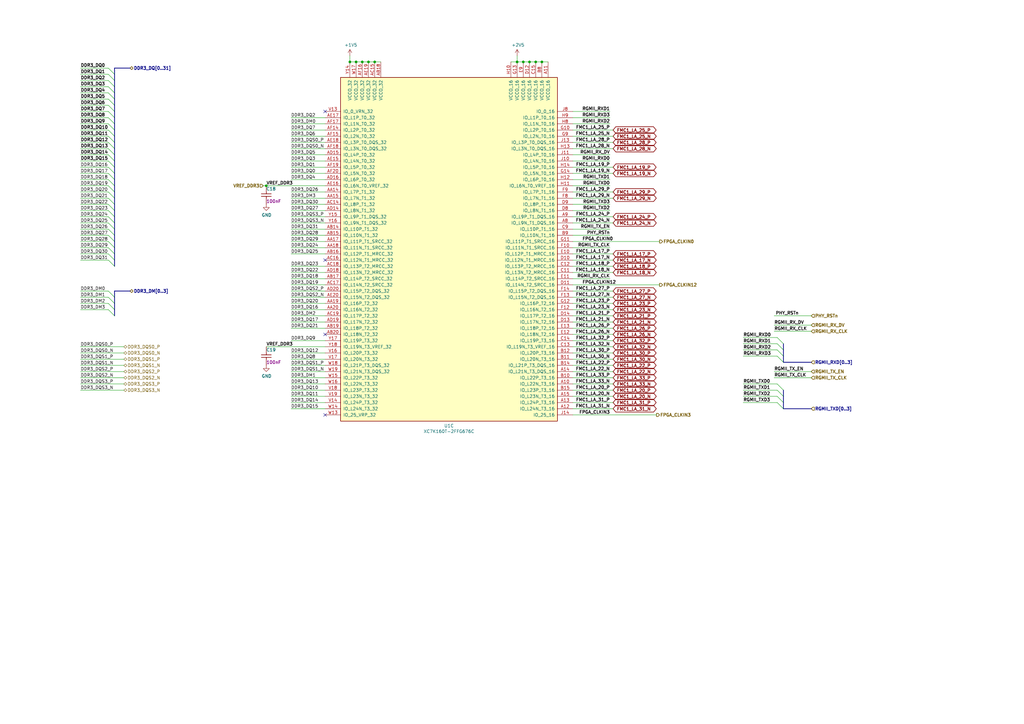
<source format=kicad_sch>
(kicad_sch (version 20211123) (generator eeschema)
  (paper "A3")
  (title_block (title "Marble") (date "2022-08-24") (rev "v1.3") (company "Michał Gąska / WUT") (comment 3 "BANK 15 & 16"))
  (junction (at 109.22 76.2))
  (junction (at 212.09 25.4))
  (junction (at 214.63 25.4))
  (junction (at 148.59 25.4))
  (junction (at 217.17 25.4))
  (junction (at 143.51 25.4))
  (junction (at 219.71 25.4))
  (junction (at 146.05 25.4))
  (junction (at 222.25 25.4))
  (junction (at 151.13 25.4))
  (junction (at 153.67 25.4))
  (no_connect (at 133.35 137.16))
  (no_connect (at 133.35 45.72))
  (no_connect (at 133.35 170.18))
  (no_connect (at 133.35 106.68))
  (bus_entry (at 46.99 121.92) (size -2.54 -2.54))
  (bus_entry (at 46.99 35.56) (size -2.54 -2.54))
  (bus_entry (at 46.99 104.14) (size -2.54 -2.54))
  (bus_entry (at 46.99 50.8) (size -2.54 -2.54))
  (bus_entry (at 318.77 160.02) (size 2.54 2.54))
  (bus_entry (at 46.99 60.96) (size -2.54 -2.54))
  (bus_entry (at 318.77 143.51) (size 2.54 2.54))
  (bus_entry (at 46.99 99.06) (size -2.54 -2.54))
  (bus_entry (at 46.99 101.6) (size -2.54 -2.54))
  (bus_entry (at 46.99 66.04) (size -2.54 -2.54))
  (bus_entry (at 318.77 162.56) (size 2.54 2.54))
  (bus_entry (at 318.77 140.97) (size 2.54 2.54))
  (bus_entry (at 318.77 157.48) (size 2.54 2.54))
  (bus_entry (at 46.99 53.34) (size -2.54 -2.54))
  (bus_entry (at 46.99 73.66) (size -2.54 -2.54))
  (bus_entry (at 46.99 78.74) (size -2.54 -2.54))
  (bus_entry (at 46.99 76.2) (size -2.54 -2.54))
  (bus_entry (at 46.99 63.5) (size -2.54 -2.54))
  (bus_entry (at 46.99 106.68) (size -2.54 -2.54))
  (bus_entry (at 46.99 93.98) (size -2.54 -2.54))
  (bus_entry (at 46.99 91.44) (size -2.54 -2.54))
  (bus_entry (at 46.99 88.9) (size -2.54 -2.54))
  (bus_entry (at 46.99 96.52) (size -2.54 -2.54))
  (bus_entry (at 46.99 129.54) (size -2.54 -2.54))
  (bus_entry (at 318.77 138.43) (size 2.54 2.54))
  (bus_entry (at 46.99 124.46) (size -2.54 -2.54))
  (bus_entry (at 318.77 146.05) (size 2.54 2.54))
  (bus_entry (at 46.99 55.88) (size -2.54 -2.54))
  (bus_entry (at 46.99 127) (size -2.54 -2.54))
  (bus_entry (at 318.77 165.1) (size 2.54 2.54))
  (bus_entry (at 46.99 86.36) (size -2.54 -2.54))
  (bus_entry (at 46.99 83.82) (size -2.54 -2.54))
  (bus_entry (at 46.99 48.26) (size -2.54 -2.54))
  (bus_entry (at 46.99 40.64) (size -2.54 -2.54))
  (bus_entry (at 46.99 81.28) (size -2.54 -2.54))
  (bus_entry (at 46.99 68.58) (size -2.54 -2.54))
  (bus_entry (at 46.99 30.48) (size -2.54 -2.54))
  (bus_entry (at 46.99 43.18) (size -2.54 -2.54))
  (bus_entry (at 46.99 33.02) (size -2.54 -2.54))
  (bus_entry (at 46.99 58.42) (size -2.54 -2.54))
  (bus_entry (at 46.99 71.12) (size -2.54 -2.54))
  (bus_entry (at 46.99 45.72) (size -2.54 -2.54))
  (bus_entry (at 46.99 109.22) (size -2.54 -2.54))
  (bus_entry (at 46.99 38.1) (size -2.54 -2.54))
  (bus (pts (xy 46.99 101.6) (xy 46.99 104.14)))
  (wire (pts (xy 250.19 66.04) (xy 234.95 66.04)))
  (wire (pts (xy 250.19 86.36) (xy 234.95 86.36)))
  (wire (pts (xy 251.46 71.12) (xy 234.95 71.12)))
  (wire (pts (xy 33.02 99.06) (xy 44.45 99.06)))
  (bus (pts (xy 46.99 78.74) (xy 46.99 81.28)))
  (bus (pts (xy 321.31 167.64) (xy 332.74 167.64)))
  (wire (pts (xy 304.8 165.1) (xy 318.77 165.1)))
  (wire (pts (xy 33.02 149.86) (xy 50.8 149.86)))
  (bus (pts (xy 53.34 119.38) (xy 46.99 119.38)))
  (bus (pts (xy 46.99 30.48) (xy 46.99 33.02)))
  (wire (pts (xy 119.38 93.98) (xy 133.35 93.98)))
  (wire (pts (xy 234.95 170.18) (xy 269.24 170.18)))
  (wire (pts (xy 33.02 147.32) (xy 50.8 147.32)))
  (wire (pts (xy 119.38 83.82) (xy 133.35 83.82)))
  (bus (pts (xy 46.99 48.26) (xy 46.99 50.8)))
  (wire (pts (xy 304.8 157.48) (xy 318.77 157.48)))
  (wire (pts (xy 148.59 25.4) (xy 146.05 25.4)))
  (wire (pts (xy 251.46 139.7) (xy 234.95 139.7)))
  (wire (pts (xy 251.46 149.86) (xy 234.95 149.86)))
  (wire (pts (xy 119.38 71.12) (xy 133.35 71.12)))
  (wire (pts (xy 119.38 121.92) (xy 133.35 121.92)))
  (wire (pts (xy 33.02 157.48) (xy 50.8 157.48)))
  (wire (pts (xy 234.95 99.06) (xy 270.51 99.06)))
  (wire (pts (xy 119.38 152.4) (xy 133.35 152.4)))
  (wire (pts (xy 119.38 55.88) (xy 133.35 55.88)))
  (wire (pts (xy 33.02 91.44) (xy 44.45 91.44)))
  (wire (pts (xy 251.46 144.78) (xy 234.95 144.78)))
  (bus (pts (xy 46.99 127) (xy 46.99 129.54)))
  (wire (pts (xy 317.5 135.89) (xy 332.74 135.89)))
  (wire (pts (xy 33.02 160.02) (xy 50.8 160.02)))
  (wire (pts (xy 33.02 53.34) (xy 44.45 53.34)))
  (wire (pts (xy 250.19 73.66) (xy 234.95 73.66)))
  (wire (pts (xy 251.46 154.94) (xy 234.95 154.94)))
  (wire (pts (xy 317.5 154.94) (xy 332.74 154.94)))
  (wire (pts (xy 250.19 83.82) (xy 234.95 83.82)))
  (wire (pts (xy 33.02 55.88) (xy 44.45 55.88)))
  (wire (pts (xy 251.46 129.54) (xy 234.95 129.54)))
  (bus (pts (xy 46.99 68.58) (xy 46.99 71.12)))
  (bus (pts (xy 321.31 165.1) (xy 321.31 167.64)))
  (wire (pts (xy 251.46 111.76) (xy 234.95 111.76)))
  (wire (pts (xy 212.09 25.4) (xy 212.09 22.86)))
  (wire (pts (xy 33.02 33.02) (xy 44.45 33.02)))
  (wire (pts (xy 119.38 162.56) (xy 133.35 162.56)))
  (wire (pts (xy 251.46 162.56) (xy 234.95 162.56)))
  (wire (pts (xy 33.02 124.46) (xy 44.45 124.46)))
  (bus (pts (xy 321.31 146.05) (xy 321.31 148.59)))
  (bus (pts (xy 46.99 91.44) (xy 46.99 93.98)))
  (wire (pts (xy 33.02 88.9) (xy 44.45 88.9)))
  (wire (pts (xy 133.35 142.24) (xy 109.22 142.24)))
  (bus (pts (xy 46.99 96.52) (xy 46.99 99.06)))
  (bus (pts (xy 46.99 119.38) (xy 46.99 121.92)))
  (wire (pts (xy 119.38 111.76) (xy 133.35 111.76)))
  (bus (pts (xy 46.99 124.46) (xy 46.99 127)))
  (wire (pts (xy 119.38 68.58) (xy 133.35 68.58)))
  (bus (pts (xy 46.99 40.64) (xy 46.99 43.18)))
  (wire (pts (xy 33.02 48.26) (xy 44.45 48.26)))
  (wire (pts (xy 151.13 25.4) (xy 148.59 25.4)))
  (wire (pts (xy 119.38 66.04) (xy 133.35 66.04)))
  (wire (pts (xy 119.38 63.5) (xy 133.35 63.5)))
  (wire (pts (xy 251.46 157.48) (xy 234.95 157.48)))
  (wire (pts (xy 234.95 116.84) (xy 270.51 116.84)))
  (wire (pts (xy 119.38 132.08) (xy 133.35 132.08)))
  (wire (pts (xy 212.09 25.4) (xy 209.55 25.4)))
  (wire (pts (xy 33.02 71.12) (xy 44.45 71.12)))
  (wire (pts (xy 250.19 45.72) (xy 234.95 45.72)))
  (wire (pts (xy 33.02 58.42) (xy 44.45 58.42)))
  (wire (pts (xy 119.38 60.96) (xy 133.35 60.96)))
  (wire (pts (xy 119.38 124.46) (xy 133.35 124.46)))
  (wire (pts (xy 33.02 121.92) (xy 44.45 121.92)))
  (wire (pts (xy 250.19 101.6) (xy 234.95 101.6)))
  (wire (pts (xy 33.02 101.6) (xy 44.45 101.6)))
  (wire (pts (xy 33.02 83.82) (xy 44.45 83.82)))
  (bus (pts (xy 46.99 99.06) (xy 46.99 101.6)))
  (wire (pts (xy 33.02 76.2) (xy 44.45 76.2)))
  (wire (pts (xy 119.38 48.26) (xy 133.35 48.26)))
  (wire (pts (xy 119.38 157.48) (xy 133.35 157.48)))
  (wire (pts (xy 251.46 147.32) (xy 234.95 147.32)))
  (wire (pts (xy 119.38 165.1) (xy 133.35 165.1)))
  (wire (pts (xy 143.51 25.4) (xy 143.51 22.86)))
  (wire (pts (xy 317.5 152.4) (xy 332.74 152.4)))
  (wire (pts (xy 250.19 96.52) (xy 234.95 96.52)))
  (wire (pts (xy 33.02 78.74) (xy 44.45 78.74)))
  (bus (pts (xy 46.99 38.1) (xy 46.99 40.64)))
  (bus (pts (xy 46.99 58.42) (xy 46.99 60.96)))
  (wire (pts (xy 251.46 165.1) (xy 234.95 165.1)))
  (wire (pts (xy 119.38 147.32) (xy 133.35 147.32)))
  (wire (pts (xy 33.02 142.24) (xy 50.8 142.24)))
  (wire (pts (xy 251.46 160.02) (xy 234.95 160.02)))
  (wire (pts (xy 119.38 109.22) (xy 133.35 109.22)))
  (wire (pts (xy 33.02 154.94) (xy 50.8 154.94)))
  (wire (pts (xy 156.21 25.4) (xy 153.67 25.4)))
  (wire (pts (xy 33.02 106.68) (xy 44.45 106.68)))
  (wire (pts (xy 251.46 134.62) (xy 234.95 134.62)))
  (wire (pts (xy 33.02 38.1) (xy 44.45 38.1)))
  (wire (pts (xy 251.46 167.64) (xy 234.95 167.64)))
  (wire (pts (xy 119.38 101.6) (xy 133.35 101.6)))
  (wire (pts (xy 33.02 43.18) (xy 44.45 43.18)))
  (wire (pts (xy 133.35 76.2) (xy 109.22 76.2)))
  (bus (pts (xy 46.99 93.98) (xy 46.99 96.52)))
  (wire (pts (xy 304.8 146.05) (xy 318.77 146.05)))
  (wire (pts (xy 119.38 134.62) (xy 133.35 134.62)))
  (wire (pts (xy 317.5 129.54) (xy 332.74 129.54)))
  (wire (pts (xy 119.38 167.64) (xy 133.35 167.64)))
  (wire (pts (xy 33.02 45.72) (xy 44.45 45.72)))
  (wire (pts (xy 251.46 132.08) (xy 234.95 132.08)))
  (bus (pts (xy 46.99 35.56) (xy 46.99 38.1)))
  (bus (pts (xy 321.31 162.56) (xy 321.31 165.1)))
  (wire (pts (xy 250.19 50.8) (xy 234.95 50.8)))
  (wire (pts (xy 143.51 25.4) (xy 146.05 25.4)))
  (wire (pts (xy 119.38 88.9) (xy 133.35 88.9)))
  (wire (pts (xy 304.8 160.02) (xy 318.77 160.02)))
  (wire (pts (xy 250.19 63.5) (xy 234.95 63.5)))
  (wire (pts (xy 251.46 55.88) (xy 234.95 55.88)))
  (bus (pts (xy 53.34 27.94) (xy 46.99 27.94)))
  (wire (pts (xy 33.02 27.94) (xy 44.45 27.94)))
  (wire (pts (xy 33.02 86.36) (xy 44.45 86.36)))
  (bus (pts (xy 46.99 66.04) (xy 46.99 68.58)))
  (wire (pts (xy 33.02 127) (xy 44.45 127)))
  (wire (pts (xy 119.38 119.38) (xy 133.35 119.38)))
  (wire (pts (xy 119.38 91.44) (xy 133.35 91.44)))
  (bus (pts (xy 46.99 27.94) (xy 46.99 30.48)))
  (bus (pts (xy 46.99 106.68) (xy 46.99 109.22)))
  (wire (pts (xy 119.38 96.52) (xy 133.35 96.52)))
  (wire (pts (xy 251.46 142.24) (xy 234.95 142.24)))
  (wire (pts (xy 119.38 53.34) (xy 133.35 53.34)))
  (bus (pts (xy 321.31 160.02) (xy 321.31 162.56)))
  (wire (pts (xy 250.19 48.26) (xy 234.95 48.26)))
  (wire (pts (xy 251.46 119.38) (xy 234.95 119.38)))
  (wire (pts (xy 217.17 25.4) (xy 214.63 25.4)))
  (wire (pts (xy 33.02 73.66) (xy 44.45 73.66)))
  (bus (pts (xy 46.99 121.92) (xy 46.99 124.46)))
  (bus (pts (xy 321.31 140.97) (xy 321.31 143.51)))
  (wire (pts (xy 33.02 93.98) (xy 44.45 93.98)))
  (wire (pts (xy 224.79 25.4) (xy 222.25 25.4)))
  (wire (pts (xy 251.46 127) (xy 234.95 127)))
  (bus (pts (xy 46.99 50.8) (xy 46.99 53.34)))
  (bus (pts (xy 46.99 45.72) (xy 46.99 48.26)))
  (bus (pts (xy 46.99 83.82) (xy 46.99 86.36)))
  (bus (pts (xy 46.99 33.02) (xy 46.99 35.56)))
  (wire (pts (xy 119.38 114.3) (xy 133.35 114.3)))
  (wire (pts (xy 251.46 106.68) (xy 234.95 106.68)))
  (wire (pts (xy 250.19 76.2) (xy 234.95 76.2)))
  (wire (pts (xy 33.02 35.56) (xy 44.45 35.56)))
  (wire (pts (xy 119.38 149.86) (xy 133.35 149.86)))
  (wire (pts (xy 251.46 121.92) (xy 234.95 121.92)))
  (wire (pts (xy 250.19 93.98) (xy 234.95 93.98)))
  (wire (pts (xy 119.38 129.54) (xy 133.35 129.54)))
  (bus (pts (xy 46.99 55.88) (xy 46.99 58.42)))
  (bus (pts (xy 46.99 86.36) (xy 46.99 88.9)))
  (wire (pts (xy 251.46 53.34) (xy 234.95 53.34)))
  (wire (pts (xy 119.38 139.7) (xy 133.35 139.7)))
  (wire (pts (xy 119.38 127) (xy 133.35 127)))
  (wire (pts (xy 251.46 68.58) (xy 234.95 68.58)))
  (wire (pts (xy 251.46 109.22) (xy 234.95 109.22)))
  (wire (pts (xy 119.38 116.84) (xy 133.35 116.84)))
  (bus (pts (xy 46.99 60.96) (xy 46.99 63.5)))
  (bus (pts (xy 46.99 73.66) (xy 46.99 76.2)))
  (wire (pts (xy 119.38 78.74) (xy 133.35 78.74)))
  (wire (pts (xy 33.02 96.52) (xy 44.45 96.52)))
  (wire (pts (xy 251.46 78.74) (xy 234.95 78.74)))
  (wire (pts (xy 33.02 119.38) (xy 44.45 119.38)))
  (wire (pts (xy 33.02 68.58) (xy 44.45 68.58)))
  (wire (pts (xy 219.71 25.4) (xy 217.17 25.4)))
  (wire (pts (xy 317.5 133.35) (xy 332.74 133.35)))
  (wire (pts (xy 304.8 143.51) (xy 318.77 143.51)))
  (bus (pts (xy 46.99 104.14) (xy 46.99 106.68)))
  (wire (pts (xy 107.95 76.2) (xy 109.22 76.2)))
  (wire (pts (xy 251.46 58.42) (xy 234.95 58.42)))
  (wire (pts (xy 33.02 30.48) (xy 44.45 30.48)))
  (wire (pts (xy 33.02 63.5) (xy 44.45 63.5)))
  (wire (pts (xy 33.02 144.78) (xy 50.8 144.78)))
  (wire (pts (xy 119.38 104.14) (xy 133.35 104.14)))
  (bus (pts (xy 321.31 143.51) (xy 321.31 146.05)))
  (bus (pts (xy 46.99 76.2) (xy 46.99 78.74)))
  (wire (pts (xy 222.25 25.4) (xy 219.71 25.4)))
  (wire (pts (xy 33.02 40.64) (xy 44.45 40.64)))
  (wire (pts (xy 251.46 137.16) (xy 234.95 137.16)))
  (wire (pts (xy 119.38 58.42) (xy 133.35 58.42)))
  (bus (pts (xy 46.99 81.28) (xy 46.99 83.82)))
  (wire (pts (xy 304.8 140.97) (xy 318.77 140.97)))
  (wire (pts (xy 119.38 86.36) (xy 133.35 86.36)))
  (wire (pts (xy 304.8 138.43) (xy 318.77 138.43)))
  (wire (pts (xy 251.46 152.4) (xy 234.95 152.4)))
  (wire (pts (xy 119.38 81.28) (xy 133.35 81.28)))
  (wire (pts (xy 251.46 91.44) (xy 234.95 91.44)))
  (wire (pts (xy 33.02 81.28) (xy 44.45 81.28)))
  (wire (pts (xy 33.02 60.96) (xy 44.45 60.96)))
  (bus (pts (xy 46.99 63.5) (xy 46.99 66.04)))
  (wire (pts (xy 250.19 114.3) (xy 234.95 114.3)))
  (bus (pts (xy 46.99 43.18) (xy 46.99 45.72)))
  (wire (pts (xy 304.8 162.56) (xy 318.77 162.56)))
  (wire (pts (xy 119.38 99.06) (xy 133.35 99.06)))
  (wire (pts (xy 33.02 50.8) (xy 44.45 50.8)))
  (wire (pts (xy 153.67 25.4) (xy 151.13 25.4)))
  (bus (pts (xy 321.31 148.59) (xy 332.74 148.59)))
  (wire (pts (xy 251.46 81.28) (xy 234.95 81.28)))
  (wire (pts (xy 251.46 88.9) (xy 234.95 88.9)))
  (bus (pts (xy 46.99 53.34) (xy 46.99 55.88)))
  (bus (pts (xy 46.99 88.9) (xy 46.99 91.44)))
  (wire (pts (xy 33.02 152.4) (xy 50.8 152.4)))
  (wire (pts (xy 119.38 50.8) (xy 133.35 50.8)))
  (wire (pts (xy 119.38 160.02) (xy 133.35 160.02)))
  (bus (pts (xy 46.99 71.12) (xy 46.99 73.66)))
  (wire (pts (xy 119.38 73.66) (xy 133.35 73.66)))
  (wire (pts (xy 33.02 104.14) (xy 44.45 104.14)))
  (wire (pts (xy 251.46 124.46) (xy 234.95 124.46)))
  (wire (pts (xy 251.46 104.14) (xy 234.95 104.14)))
  (wire (pts (xy 119.38 144.78) (xy 133.35 144.78)))
  (wire (pts (xy 33.02 66.04) (xy 44.45 66.04)))
  (wire (pts (xy 251.46 60.96) (xy 234.95 60.96)))
  (wire (pts (xy 119.38 154.94) (xy 133.35 154.94)))
  (wire (pts (xy 212.09 25.4) (xy 214.63 25.4)))
  (label "PHY_RSTn" (at 250.19 96.52 180) (effects (font (thickness 0.254) bold)))
  (label "FMC1_LA_19_N" (at 250.19 71.12 180) (effects (font (thickness 0.254) bold)))
  (label "DDR3_DQ4" (at 119.38 73.66 0))
  (label "DDR3_DQ18" (at 33.02 73.66 0))
  (label "DDR3_DQ0" (at 119.38 71.12 0))
  (label "DDR3_DQ1" (at 119.38 68.58 0))
  (label "DDR3_DQ29" (at 33.02 101.6 0))
  (label "RGMII_TXD3" (at 250.19 83.82 180) (effects (font (thickness 0.254) bold)))
  (label "DDR3_DQ23" (at 119.38 109.22 0))
  (label "DDR3_DQ24" (at 119.38 101.6 0))
  (label "DDR3_DQ30" (at 33.02 104.14 0))
  (label "DDR3_DQ12" (at 119.38 144.78 0))
  (label "FMC1_LA_17_N" (at 250.19 106.68 180) (effects (font (thickness 0.254) bold)))
  (label "FPGA_CLKIN3" (at 237.49 170.18 0) (effects (font (thickness 0.254) bold)))
  (label "FMC1_LA_26_P" (at 250.19 134.62 180) (effects (font (thickness 0.254) bold)))
  (label "DDR3_DQS1_N" (at 119.38 152.4 0))
  (label "FMC1_LA_19_P" (at 250.19 68.58 180) (effects (font (thickness 0.254) bold)))
  (label "DDR3_DQ11" (at 33.02 55.88 0) (effects (font (thickness 0.254) bold)))
  (label "DDR3_DQ10" (at 33.02 53.34 0) (effects (font (thickness 0.254) bold)))
  (label "RGMII_TXD3" (at 304.8 165.1 0) (effects (font (thickness 0.254) bold)))
  (label "DDR3_DQ13" (at 33.02 60.96 0) (effects (font (thickness 0.254) bold)))
  (label "FMC1_LA_25_N" (at 250.19 55.88 180) (effects (font (thickness 0.254) bold)))
  (label "DDR3_DQ7" (at 33.02 45.72 0) (effects (font (thickness 0.254) bold)))
  (label "RGMII_RXD0" (at 250.19 66.04 180) (effects (font (thickness 0.254) bold)))
  (label "DDR3_DM2" (at 119.38 129.54 0))
  (label "DDR3_DQ22" (at 33.02 83.82 0))
  (label "DDR3_DM2" (at 33.02 124.46 0))
  (label "FMC1_LA_28_N" (at 250.19 60.96 180) (effects (font (thickness 0.254) bold)))
  (label "DDR3_DQ14" (at 119.38 165.1 0))
  (label "FMC1_LA_21_N" (at 250.19 132.08 180) (effects (font (thickness 0.254) bold)))
  (label "DDR3_DQS1_P" (at 33.02 147.32 0))
  (label "DDR3_DM3" (at 33.02 127 0))
  (label "RGMII_TX_CLK" (at 317.5 154.94 0) (effects (font (thickness 0.254) bold)))
  (label "RGMII_TXD2" (at 304.8 162.56 0) (effects (font (thickness 0.254) bold)))
  (label "DDR3_DQ19" (at 119.38 116.84 0))
  (label "DDR3_DQ7" (at 119.38 53.34 0))
  (label "DDR3_DQ5" (at 119.38 63.5 0))
  (label "DDR3_DQ11" (at 119.38 162.56 0))
  (label "RGMII_RXD2" (at 304.8 143.51 0) (effects (font (thickness 0.254) bold)))
  (label "DDR3_DQ9" (at 33.02 50.8 0) (effects (font (thickness 0.254) bold)))
  (label "DDR3_DQ21" (at 119.38 134.62 0))
  (label "FMC1_LA_18_P" (at 250.19 109.22 180) (effects (font (thickness 0.254) bold)))
  (label "DDR3_DQS1_P" (at 119.38 149.86 0))
  (label "RGMII_TXD1" (at 304.8 160.02 0) (effects (font (thickness 0.254) bold)))
  (label "DDR3_DQ20" (at 119.38 124.46 0))
  (label "FMC1_LA_24_P" (at 250.19 88.9 180) (effects (font (thickness 0.254) bold)))
  (label "FMC1_LA_27_N" (at 250.19 121.92 180) (effects (font (thickness 0.254) bold)))
  (label "DDR3_DM0" (at 33.02 119.38 0))
  (label "DDR3_DQ13" (at 119.38 157.48 0))
  (label "FMC1_LA_23_P" (at 250.19 124.46 180) (effects (font (thickness 0.254) bold)))
  (label "RGMII_RXD1" (at 250.19 45.72 180) (effects (font (thickness 0.254) bold)))
  (label "DDR3_DQ6" (at 33.02 43.18 0) (effects (font (thickness 0.254) bold)))
  (label "DDR3_DQ14" (at 33.02 63.5 0) (effects (font (thickness 0.254) bold)))
  (label "DDR3_DQ2" (at 33.02 33.02 0) (effects (font (thickness 0.254) bold)))
  (label "VREF_DDR3" (at 109.22 142.24 0) (effects (font (thickness 0.254) bold)))
  (label "DDR3_DQS0_P" (at 33.02 142.24 0))
  (label "PHY_RSTn" (at 327.66 129.54 180) (effects (font (thickness 0.254) bold)))
  (label "DDR3_DQ6" (at 119.38 55.88 0))
  (label "FMC1_LA_20_N" (at 250.19 162.56 180) (effects (font (thickness 0.254) bold)))
  (label "DDR3_DQ25" (at 119.38 104.14 0))
  (label "DDR3_DQ3" (at 33.02 35.56 0) (effects (font (thickness 0.254) bold)))
  (label "FMC1_LA_30_N" (at 250.19 147.32 180) (effects (font (thickness 0.254) bold)))
  (label "RGMII_TXD0" (at 250.19 76.2 180) (effects (font (thickness 0.254) bold)))
  (label "DDR3_DQ10" (at 119.38 160.02 0))
  (label "DDR3_DQ26" (at 119.38 78.74 0))
  (label "FMC1_LA_29_P" (at 250.19 78.74 180) (effects (font (thickness 0.254) bold)))
  (label "FMC1_LA_26_N" (at 250.19 137.16 180) (effects (font (thickness 0.254) bold)))
  (label "DDR3_DM1" (at 119.38 154.94 0))
  (label "DDR3_DQ2" (at 119.38 48.26 0))
  (label "RGMII_RXD3" (at 304.8 146.05 0) (effects (font (thickness 0.254) bold)))
  (label "DDR3_DQS2_N" (at 119.38 121.92 0))
  (label "DDR3_DQ18" (at 119.38 114.3 0))
  (label "DDR3_DQS2_P" (at 33.02 152.4 0))
  (label "DDR3_DQ8" (at 33.02 48.26 0) (effects (font (thickness 0.254) bold)))
  (label "RGMII_RXD3" (at 250.19 48.26 180) (effects (font (thickness 0.254) bold)))
  (label "DDR3_DQ19" (at 33.02 76.2 0))
  (label "FMC1_LA_17_P" (at 250.19 104.14 180) (effects (font (thickness 0.254) bold)))
  (label "DDR3_DQ30" (at 119.38 83.82 0))
  (label "FMC1_LA_18_N" (at 250.19 111.76 180) (effects (font (thickness 0.254) bold)))
  (label "DDR3_DQS0_N" (at 33.02 144.78 0))
  (label "FMC1_LA_25_P" (at 250.19 53.34 180) (effects (font (thickness 0.254) bold)))
  (label "DDR3_DQ27" (at 119.38 86.36 0))
  (label "DDR3_DQ29" (at 119.38 99.06 0))
  (label "FMC1_LA_23_N" (at 250.19 127 180) (effects (font (thickness 0.254) bold)))
  (label "DDR3_DQS0_N" (at 119.38 60.96 0))
  (label "FMC1_LA_22_N" (at 250.19 152.4 180) (effects (font (thickness 0.254) bold)))
  (label "DDR3_DQ4" (at 33.02 38.1 0) (effects (font (thickness 0.254) bold)))
  (label "DDR3_DQ17" (at 33.02 71.12 0))
  (label "DDR3_DQ28" (at 119.38 96.52 0))
  (label "RGMII_TXD1" (at 250.19 73.66 180) (effects (font (thickness 0.254) bold)))
  (label "DDR3_DQ31" (at 119.38 93.98 0))
  (label "DDR3_DQS1_N" (at 33.02 149.86 0))
  (label "FMC1_LA_21_P" (at 250.19 129.54 180) (effects (font (thickness 0.254) bold)))
  (label "DDR3_DQS3_N" (at 119.38 91.44 0))
  (label "DDR3_DQ22" (at 119.38 111.76 0))
  (label "DDR3_DQ8" (at 119.38 147.32 0))
  (label "DDR3_DQ25" (at 33.02 91.44 0))
  (label "FMC1_LA_24_N" (at 250.19 91.44 180) (effects (font (thickness 0.254) bold)))
  (label "DDR3_DQ15" (at 33.02 66.04 0) (effects (font (thickness 0.254) bold)))
  (label "DDR3_DQ17" (at 119.38 132.08 0))
  (label "DDR3_DQ28" (at 33.02 99.06 0))
  (label "DDR3_DQ27" (at 33.02 96.52 0))
  (label "FMC1_LA_31_P" (at 250.19 165.1 180) (effects (font (thickness 0.254) bold)))
  (label "DDR3_DQS2_N" (at 33.02 154.94 0))
  (label "RGMII_TXD2" (at 250.19 86.36 180) (effects (font (thickness 0.254) bold)))
  (label "DDR3_DQ16" (at 119.38 127 0))
  (label "FMC1_LA_32_P" (at 250.19 139.7 180) (effects (font (thickness 0.254) bold)))
  (label "FMC1_LA_22_P" (at 250.19 149.86 180) (effects (font (thickness 0.254) bold)))
  (label "RGMII_TX_CLK" (at 250.19 101.6 180) (effects (font (thickness 0.254) bold)))
  (label "DDR3_DQS2_P" (at 119.38 119.38 0))
  (label "RGMII_RX_DV" (at 317.5 133.35 0) (effects (font (thickness 0.254) bold)))
  (label "FMC1_LA_33_P" (at 250.19 154.94 180) (effects (font (thickness 0.254) bold)))
  (label "DDR3_DQ5" (at 33.02 40.64 0) (effects (font (thickness 0.254) bold)))
  (label "DDR3_DQS3_P" (at 119.38 88.9 0))
  (label "DDR3_DQ1" (at 33.02 30.48 0) (effects (font (thickness 0.254) bold)))
  (label "DDR3_DQS3_P" (at 33.02 157.48 0))
  (label "FMC1_LA_30_P" (at 250.19 144.78 180) (effects (font (thickness 0.254) bold)))
  (label "RGMII_TX_EN" (at 250.19 93.98 180) (effects (font (thickness 0.254) bold)))
  (label "DDR3_DM1" (at 33.02 121.92 0))
  (label "DDR3_DQ9" (at 119.38 139.7 0))
  (label "DDR3_DQ16" (at 33.02 68.58 0))
  (label "DDR3_DQ26" (at 33.02 93.98 0))
  (label "DDR3_DQ15" (at 119.38 167.64 0))
  (label "FMC1_LA_28_P" (at 250.19 58.42 180) (effects (font (thickness 0.254) bold)))
  (label "DDR3_DQS3_N" (at 33.02 160.02 0))
  (label "FPGA_CLKIN0" (at 238.76 99.06 0) (effects (font (thickness 0.254) bold)))
  (label "DDR3_DQ24" (at 33.02 88.9 0))
  (label "FPGA_CLKIN12" (at 238.76 116.84 0) (effects (font (thickness 0.254) bold)))
  (label "DDR3_DQ12" (at 33.02 58.42 0) (effects (font (thickness 0.254) bold)))
  (label "RGMII_RXD0" (at 304.8 138.43 0) (effects (font (thickness 0.254) bold)))
  (label "FMC1_LA_29_N" (at 250.19 81.28 180) (effects (font (thickness 0.254) bold)))
  (label "DDR3_DQ21" (at 33.02 81.28 0))
  (label "DDR3_DQ20" (at 33.02 78.74 0))
  (label "DDR3_DQ31" (at 33.02 106.68 0))
  (label "RGMII_RX_CLK" (at 317.5 135.89 0) (effects (font (thickness 0.254) bold)))
  (label "DDR3_DM3" (at 119.38 81.28 0))
  (label "FMC1_LA_27_P" (at 250.19 119.38 180) (effects (font (thickness 0.254) bold)))
  (label "RGMII_TX_EN" (at 317.5 152.4 0) (effects (font (thickness 0.254) bold)))
  (label "FMC1_LA_31_N" (at 250.19 167.64 180) (effects (font (thickness 0.254) bold)))
  (label "FMC1_LA_33_N" (at 250.19 157.48 180) (effects (font (thickness 0.254) bold)))
  (label "VREF_DDR3" (at 109.22 76.2 0) (effects (font (thickness 0.254) bold)))
  (label "RGMII_RXD2" (at 250.19 50.8 180) (effects (font (thickness 0.254) bold)))
  (label "FMC1_LA_32_N" (at 250.19 142.24 180) (effects (font (thickness 0.254) bold)))
  (label "DDR3_DQS0_P" (at 119.38 58.42 0))
  (label "RGMII_TXD0" (at 304.8 157.48 0) (effects (font (thickness 0.254) bold)))
  (label "RGMII_RX_DV" (at 250.19 63.5 180) (effects (font (thickness 0.254) bold)))
  (label "FMC1_LA_20_P" (at 250.19 160.02 180) (effects (font (thickness 0.254) bold)))
  (label "RGMII_RX_CLK" (at 250.19 114.3 180) (effects (font (thickness 0.254) bold)))
  (label "DDR3_DM0" (at 119.38 50.8 0))
  (label "RGMII_RXD1" (at 304.8 140.97 0) (effects (font (thickness 0.254) bold)))
  (label "DDR3_DQ0" (at 33.02 27.94 0) (effects (font (thickness 0.254) bold)))
  (label "DDR3_DQ3" (at 119.38 66.04 0))
  (label "DDR3_DQ23" (at 33.02 86.36 0))
  (global_label "FMC1_LA_27_P" (shape bidirectional) (at 251.46 119.38 0) (effects (font (thickness 0.254) bold)) (property "Intersheet References" "${INTERSHEET_REFS}" (effects hide)))
  (global_label "FMC1_LA_29_N" (shape bidirectional) (at 251.46 81.28 0) (effects (font (thickness 0.254) bold)) (property "Intersheet References" "${INTERSHEET_REFS}" (effects hide)))
  (global_label "FMC1_LA_30_N" (shape bidirectional) (at 251.46 147.32 0) (effects (font (thickness 0.254) bold)) (property "Intersheet References" "${INTERSHEET_REFS}" (effects hide)))
  (global_label "FMC1_LA_27_N" (shape bidirectional) (at 251.46 121.92 0) (effects (font (thickness 0.254) bold)) (property "Intersheet References" "${INTERSHEET_REFS}" (effects hide)))
  (global_label "FMC1_LA_21_P" (shape bidirectional) (at 251.46 129.54 0) (effects (font (thickness 0.254) bold)) (property "Intersheet References" "${INTERSHEET_REFS}" (effects hide)))
  (global_label "FMC1_LA_29_P" (shape bidirectional) (at 251.46 78.74 0) (effects (font (thickness 0.254) bold)) (property "Intersheet References" "${INTERSHEET_REFS}" (effects hide)))
  (global_label "FMC1_LA_32_P" (shape bidirectional) (at 251.46 139.7 0) (effects (font (thickness 0.254) bold)) (property "Intersheet References" "${INTERSHEET_REFS}" (effects hide)))
  (global_label "FMC1_LA_22_P" (shape bidirectional) (at 251.46 149.86 0) (effects (font (thickness 0.254) bold)) (property "Intersheet References" "${INTERSHEET_REFS}" (effects hide)))
  (global_label "FMC1_LA_30_P" (shape bidirectional) (at 251.46 144.78 0) (effects (font (thickness 0.254) bold)) (property "Intersheet References" "${INTERSHEET_REFS}" (effects hide)))
  (global_label "FMC1_LA_18_N" (shape bidirectional) (at 251.46 111.76 0) (effects (font (thickness 0.254) bold)) (property "Intersheet References" "${INTERSHEET_REFS}" (effects hide)))
  (global_label "FMC1_LA_31_N" (shape bidirectional) (at 251.46 167.64 0) (effects (font (thickness 0.254) bold)) (property "Intersheet References" "${INTERSHEET_REFS}" (effects hide)))
  (global_label "FMC1_LA_18_P" (shape bidirectional) (at 251.46 109.22 0) (effects (font (thickness 0.254) bold)) (property "Intersheet References" "${INTERSHEET_REFS}" (effects hide)))
  (global_label "FMC1_LA_26_N" (shape bidirectional) (at 251.46 137.16 0) (effects (font (thickness 0.254) bold)) (property "Intersheet References" "${INTERSHEET_REFS}" (effects hide)))
  (global_label "FMC1_LA_24_N" (shape bidirectional) (at 251.46 91.44 0) (effects (font (thickness 0.254) bold)) (property "Intersheet References" "${INTERSHEET_REFS}" (effects hide)))
  (global_label "FMC1_LA_19_N" (shape bidirectional) (at 251.46 71.12 0) (effects (font (thickness 0.254) bold)) (property "Intersheet References" "${INTERSHEET_REFS}" (effects hide)))
  (global_label "FMC1_LA_24_P" (shape bidirectional) (at 251.46 88.9 0) (effects (font (thickness 0.254) bold)) (property "Intersheet References" "${INTERSHEET_REFS}" (effects hide)))
  (global_label "FMC1_LA_28_N" (shape bidirectional) (at 251.46 60.96 0) (effects (font (thickness 0.254) bold)) (property "Intersheet References" "${INTERSHEET_REFS}" (effects hide)))
  (global_label "FMC1_LA_33_N" (shape bidirectional) (at 251.46 157.48 0) (effects (font (thickness 0.254) bold)) (property "Intersheet References" "${INTERSHEET_REFS}" (effects hide)))
  (global_label "FMC1_LA_26_P" (shape bidirectional) (at 251.46 134.62 0) (effects (font (thickness 0.254) bold)) (property "Intersheet References" "${INTERSHEET_REFS}" (effects hide)))
  (global_label "FMC1_LA_17_N" (shape bidirectional) (at 251.46 106.68 0) (effects (font (thickness 0.254) bold)) (property "Intersheet References" "${INTERSHEET_REFS}" (effects hide)))
  (global_label "FMC1_LA_19_P" (shape bidirectional) (at 251.46 68.58 0) (effects (font (thickness 0.254) bold)) (property "Intersheet References" "${INTERSHEET_REFS}" (effects hide)))
  (global_label "FMC1_LA_31_P" (shape bidirectional) (at 251.46 165.1 0) (effects (font (thickness 0.254) bold)) (property "Intersheet References" "${INTERSHEET_REFS}" (effects hide)))
  (global_label "FMC1_LA_21_N" (shape bidirectional) (at 251.46 132.08 0) (effects (font (thickness 0.254) bold)) (property "Intersheet References" "${INTERSHEET_REFS}" (effects hide)))
  (global_label "FMC1_LA_25_N" (shape bidirectional) (at 251.46 55.88 0) (effects (font (thickness 0.254) bold)) (property "Intersheet References" "${INTERSHEET_REFS}" (effects hide)))
  (global_label "FMC1_LA_28_P" (shape bidirectional) (at 251.46 58.42 0) (effects (font (thickness 0.254) bold)) (property "Intersheet References" "${INTERSHEET_REFS}" (effects hide)))
  (global_label "FMC1_LA_20_P" (shape bidirectional) (at 251.46 160.02 0) (effects (font (thickness 0.254) bold)) (property "Intersheet References" "${INTERSHEET_REFS}" (effects hide)))
  (global_label "FMC1_LA_20_N" (shape bidirectional) (at 251.46 162.56 0) (effects (font (thickness 0.254) bold)) (property "Intersheet References" "${INTERSHEET_REFS}" (effects hide)))
  (global_label "FMC1_LA_23_P" (shape bidirectional) (at 251.46 124.46 0) (effects (font (thickness 0.254) bold)) (property "Intersheet References" "${INTERSHEET_REFS}" (effects hide)))
  (global_label "FMC1_LA_17_P" (shape bidirectional) (at 251.46 104.14 0) (effects (font (thickness 0.254) bold)) (property "Intersheet References" "${INTERSHEET_REFS}" (effects hide)))
  (global_label "FMC1_LA_22_N" (shape bidirectional) (at 251.46 152.4 0) (effects (font (thickness 0.254) bold)) (property "Intersheet References" "${INTERSHEET_REFS}" (effects hide)))
  (global_label "FMC1_LA_23_N" (shape bidirectional) (at 251.46 127 0) (effects (font (thickness 0.254) bold)) (property "Intersheet References" "${INTERSHEET_REFS}" (effects hide)))
  (global_label "FMC1_LA_25_P" (shape bidirectional) (at 251.46 53.34 0) (effects (font (thickness 0.254) bold)) (property "Intersheet References" "${INTERSHEET_REFS}" (effects hide)))
  (global_label "FMC1_LA_33_P" (shape bidirectional) (at 251.46 154.94 0) (effects (font (thickness 0.254) bold)) (property "Intersheet References" "${INTERSHEET_REFS}" (effects hide)))
  (global_label "FMC1_LA_32_N" (shape bidirectional) (at 251.46 142.24 0) (effects (font (thickness 0.254) bold)) (property "Intersheet References" "${INTERSHEET_REFS}" (effects hide)))
  (hierarchical_label "DDR3_DQS0_N" (shape bidirectional) (at 50.8 144.78 0))
  (hierarchical_label "DDR3_DQS1_N" (shape bidirectional) (at 50.8 149.86 0))
  (hierarchical_label "DDR3_DM[0..3]" (shape bidirectional) (at 53.34 119.38 0) (effects (font (thickness 0.254) bold)))
  (hierarchical_label "RGMII_RXD[0..3]" (shape input) (at 332.74 148.59 0) (effects (font (thickness 0.254) bold)))
  (hierarchical_label "DDR3_DQS1_P" (shape bidirectional) (at 50.8 147.32 0))
  (hierarchical_label "RGMII_TX_EN" (shape input) (at 332.74 152.4 0) (effects (font (thickness 0.254) bold)))
  (hierarchical_label "FPGA_CLKIN0" (shape output) (at 270.51 99.06 0) (effects (font (thickness 0.254) bold)))
  (hierarchical_label "RGMII_TXD[0..3]" (shape input) (at 332.74 167.64 0) (effects (font (thickness 0.254) bold)))
  (hierarchical_label "DDR3_DQS2_P" (shape bidirectional) (at 50.8 152.4 0))
  (hierarchical_label "PHY_RSTn" (shape input) (at 332.74 129.54 0) (effects (font (thickness 0.254) bold)))
  (hierarchical_label "DDR3_DQS2_N" (shape bidirectional) (at 50.8 154.94 0))
  (hierarchical_label "RGMII_RX_CLK" (shape input) (at 332.74 135.89 0) (effects (font (thickness 0.254) bold)))
  (hierarchical_label "DDR3_DQS0_P" (shape bidirectional) (at 50.8 142.24 0))
  (hierarchical_label "DDR3_DQ[0..31]" (shape bidirectional) (at 53.34 27.94 0) (effects (font (thickness 0.254) bold)))
  (hierarchical_label "RGMII_TX_CLK" (shape input) (at 332.74 154.94 0) (effects (font (thickness 0.254) bold)))
  (hierarchical_label "RGMII_RX_DV" (shape input) (at 332.74 133.35 0) (effects (font (thickness 0.254) bold)))
  (hierarchical_label "DDR3_DQS3_P" (shape bidirectional) (at 50.8 157.48 0))
  (hierarchical_label "FPGA_CLKIN12" (shape output) (at 270.51 116.84 0) (effects (font (thickness 0.254) bold)))
  (hierarchical_label "DDR3_DQS3_N" (shape bidirectional) (at 50.8 160.02 0))
  (hierarchical_label "FPGA_CLKIN3" (shape output) (at 269.24 170.18 0) (effects (font (thickness 0.254) bold)))
  (hierarchical_label "VREF_DDR3" (shape input) (at 107.95 76.2 180) (effects (font (thickness 0.254) bold)))
  (symbol (lib_id "marble_misc:XC7K160T-FFG676") (at 184.15 99.06 0) (mirror y) (unit 3)
    (property "Reference" "U1" (at 184.15 174.625 0))
    (property "Value" "XC7K160T-2FFG676C" (at 184.15 176.9364 0))
    (property "Footprint" "ICs And Semiconductors SMD_BGA:BGA676C100P26X26_2700X2700X260" (effects hide))
    (property "Manufacturer" "XILINX" (effects hide))
    (property "Manufacturer Part Number" "XC7K160T-2FFG676I" (effects hide))
  )
  (symbol (lib_id "power:+2V5") (at 212.09 22.86 0) (unit 1)
    (property "Reference" "#PWR0794" (effects hide))
    (property "Value" "+2V5" (at 212.471 18.4658 0))
  )
  (symbol (lib_id "Capacitors_SMD:CC0201_100NF_6.3V_10%_X5R") (at 109.22 142.24 270) (unit 1)
    (property "Reference" "C19" (at 109.22 143.51 90) (effects (justify left)))
    (property "Value" "CC0201_100NF_6.3V_10%_X5R" (effects hide))
    (property "Footprint" "CAPC0603X33N" (effects hide))
    (property "Datasheet" "\\\\cern.ch\\dfs\\Applications\\Altium\\Datasheets\\CC0201_X5R_AVX.pdf" (effects hide))
    (property "~" "100nF" (at 109.22 148.59 90) (effects (justify left)))
    (property "Part Number" "CC0201_100NF_6.3V_10%_X5R" (effects hide))
    (property "Library Ref" "Capacitor - non polarized" (effects hide))
    (property "Library Path" "SchLib\\Capacitors.SchLib" (effects hide))
    (property "Comment" "=Value" (effects hide))
    (property "Component Kind" "Standard" (effects hide))
    (property "Component Type" "Standard" (effects hide))
    (property "Pin Count" "2" (effects hide))
    (property "Footprint Path" "PcbLib\\Capacitors SMD.PcbLib" (effects hide))
    (property "Footprint Ref" "CAPC0603X33N" (effects hide))
    (property "PackageDescription" " " (effects hide))
    (property "Val" "100nF" (effects hide))
    (property "Status" "Not Recommended" (effects hide))
    (property "Status Comment" " " (effects hide))
    (property "Voltage" "6.3V" (effects hide))
    (property "TC" "X5R" (effects hide))
    (property "Tolerance" "±10%" (effects hide))
    (property "Part Description" "SMD Multilayer Chip Ceramic Capacitor" (effects hide))
    (property "Manufacturer" "GENERIC" (effects hide))
    (property "Manufacturer Part Number" "CC0201_100NF_6.3V_10%_X5R" (effects hide))
    (property "Case" "0201" (effects hide))
    (property "Mounted" "Yes" (effects hide))
    (property "Socket" "No" (effects hide))
    (property "SMD" "Yes" (effects hide))
    (property "PressFit" " " (effects hide))
    (property "Sense" "No" (effects hide))
    (property "Sense Comment" " " (effects hide))
    (property "ComponentHeight" " " (effects hide))
    (property "Manufacturer1 Example" "AVX" (effects hide))
    (property "Manufacturer1 Part Number" "02016D104KAT2A" (effects hide))
    (property "Manufacturer1 ComponentHeight" "0.33mm" (effects hide))
    (property "CreateDate" "12/03/07 00:00:00" (effects hide))
    (property "LatestRevisionDate" "12/03/07 00:00:00" (effects hide))
    (property "Library Name" "Capacitors SMD" (effects hide))
    (property "License" "This work is licensed under the Creative Commons CC-BY-SA 4.0 License. To the extent that circuit schematics that use Licensed Material can be considered to be ‘Adapted Material’, then the copyright holder waives article 3.b of the license with respect to these schematics." (effects hide))
  )
  (symbol (lib_id "Capacitors_SMD:CC0201_100NF_6.3V_10%_X5R") (at 109.22 76.2 270) (unit 1)
    (property "Reference" "C18" (at 109.22 77.47 90) (effects (justify left)))
    (property "Value" "CC0201_100NF_6.3V_10%_X5R" (effects hide))
    (property "Footprint" "CAPC0603X33N" (effects hide))
    (property "Datasheet" "\\\\cern.ch\\dfs\\Applications\\Altium\\Datasheets\\CC0201_X5R_AVX.pdf" (effects hide))
    (property "~" "100nF" (at 109.22 82.55 90) (effects (justify left)))
    (property "Part Number" "CC0201_100NF_6.3V_10%_X5R" (effects hide))
    (property "Library Ref" "Capacitor - non polarized" (effects hide))
    (property "Library Path" "SchLib\\Capacitors.SchLib" (effects hide))
    (property "Comment" "=Value" (effects hide))
    (property "Component Kind" "Standard" (effects hide))
    (property "Component Type" "Standard" (effects hide))
    (property "Pin Count" "2" (effects hide))
    (property "Footprint Path" "PcbLib\\Capacitors SMD.PcbLib" (effects hide))
    (property "Footprint Ref" "CAPC0603X33N" (effects hide))
    (property "PackageDescription" " " (effects hide))
    (property "Val" "100nF" (effects hide))
    (property "Status" "Not Recommended" (effects hide))
    (property "Status Comment" " " (effects hide))
    (property "Voltage" "6.3V" (effects hide))
    (property "TC" "X5R" (effects hide))
    (property "Tolerance" "±10%" (effects hide))
    (property "Part Description" "SMD Multilayer Chip Ceramic Capacitor" (effects hide))
    (property "Manufacturer" "GENERIC" (effects hide))
    (property "Manufacturer Part Number" "CC0201_100NF_6.3V_10%_X5R" (effects hide))
    (property "Case" "0201" (effects hide))
    (property "Mounted" "Yes" (effects hide))
    (property "Socket" "No" (effects hide))
    (property "SMD" "Yes" (effects hide))
    (property "PressFit" " " (effects hide))
    (property "Sense" "No" (effects hide))
    (property "Sense Comment" " " (effects hide))
    (property "ComponentHeight" " " (effects hide))
    (property "Manufacturer1 Example" "AVX" (effects hide))
    (property "Manufacturer1 Part Number" "02016D104KAT2A" (effects hide))
    (property "Manufacturer1 ComponentHeight" "0.33mm" (effects hide))
    (property "CreateDate" "12/03/07 00:00:00" (effects hide))
    (property "LatestRevisionDate" "12/03/07 00:00:00" (effects hide))
    (property "Library Name" "Capacitors SMD" (effects hide))
    (property "License" "This work is licensed under the Creative Commons CC-BY-SA 4.0 License. To the extent that circuit schematics that use Licensed Material can be considered to be ‘Adapted Material’, then the copyright holder waives article 3.b of the license with respect to these schematics." (effects hide))
  )
  (symbol (lib_id "power:GND") (at 109.22 149.86 0) (unit 1)
    (property "Reference" "#PWR0773" (effects hide))
    (property "Value" "GND" (at 109.347 154.2542 0))
  )
  (symbol (lib_id "power:GND") (at 109.22 83.82 0) (unit 1)
    (property "Reference" "#PWR0774" (effects hide))
    (property "Value" "GND" (at 109.347 88.2142 0))
  )
  (symbol (lib_id "power:+1V5") (at 143.51 22.86 0) (unit 1)
    (property "Reference" "#PWR0648" (effects hide))
    (property "Value" "+1V5" (at 143.891 18.4658 0))
  )
)
</source>
